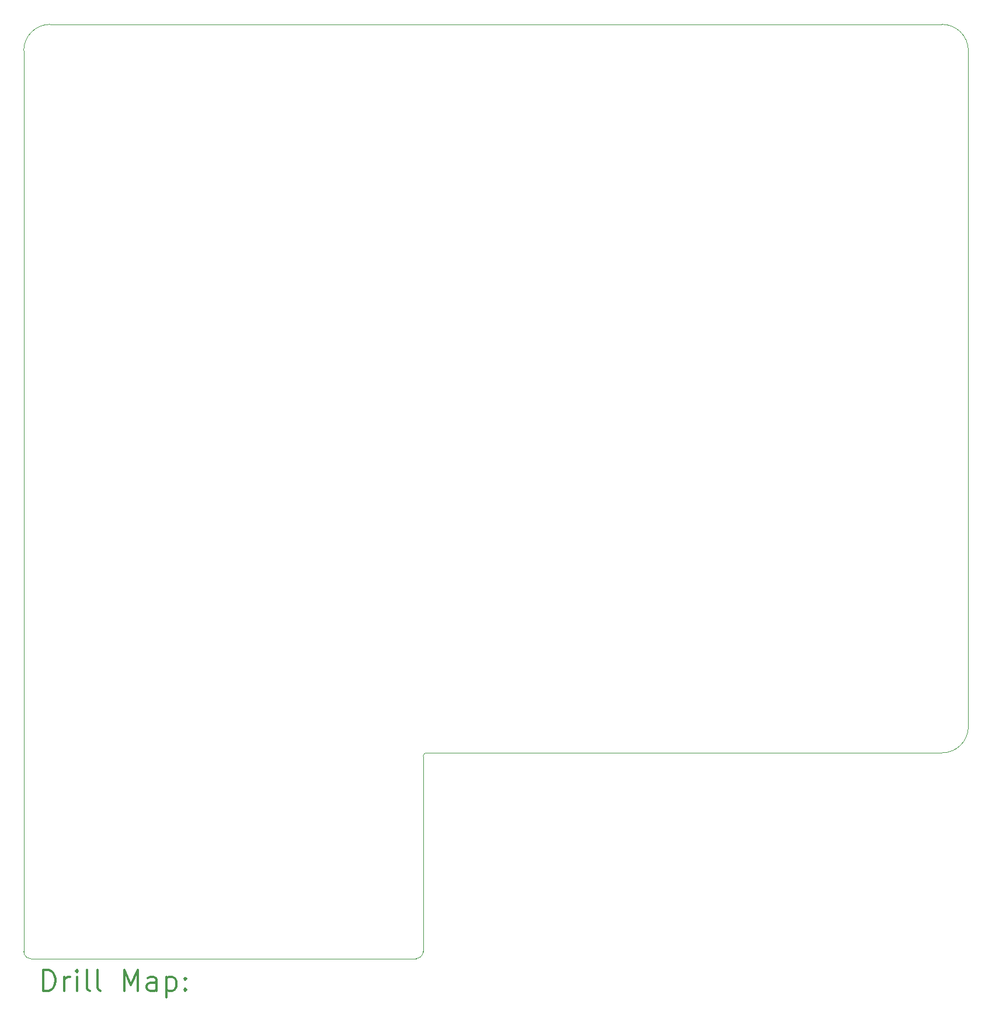
<source format=gbr>
%FSLAX45Y45*%
G04 Gerber Fmt 4.5, Leading zero omitted, Abs format (unit mm)*
G04 Created by KiCad (PCBNEW (5.1.9)-1) date 2023-04-24 20:38:06*
%MOMM*%
%LPD*%
G01*
G04 APERTURE LIST*
%TA.AperFunction,Profile*%
%ADD10C,0.025400*%
%TD*%
%ADD11C,0.200000*%
%ADD12C,0.300000*%
G04 APERTURE END LIST*
D10*
X8007900Y-3003100D02*
G75*
G02*
X8388900Y-2622100I381000J0D01*
G01*
X21325000Y-2622100D02*
X8388900Y-2622100D01*
X21325000Y-2622100D02*
G75*
G02*
X21706000Y-3003100I0J-381000D01*
G01*
X21706000Y-12809500D02*
G75*
G02*
X21325000Y-13190500I-381000J0D01*
G01*
X13849900Y-13190500D02*
G75*
G03*
X13799100Y-13241300I0J-50800D01*
G01*
X21325000Y-13190500D02*
X13849900Y-13190500D01*
X21706000Y-12809500D02*
X21706000Y-3003100D01*
X13799100Y-13241300D02*
X13799100Y-16035300D01*
X8007900Y-16035300D02*
X8007900Y-16073400D01*
X8007900Y-16073400D02*
G75*
G03*
X8109500Y-16175000I101600J0D01*
G01*
X13799100Y-16073400D02*
X13799100Y-16035300D01*
X13697500Y-16175000D02*
G75*
G03*
X13799100Y-16073400I0J101600D01*
G01*
X8007900Y-3003100D02*
X8007900Y-16035300D01*
X8109500Y-16175000D02*
X13697500Y-16175000D01*
D11*
D12*
X8293058Y-16641984D02*
X8293058Y-16341984D01*
X8364487Y-16341984D01*
X8407344Y-16356270D01*
X8435916Y-16384841D01*
X8450201Y-16413413D01*
X8464487Y-16470556D01*
X8464487Y-16513413D01*
X8450201Y-16570556D01*
X8435916Y-16599127D01*
X8407344Y-16627699D01*
X8364487Y-16641984D01*
X8293058Y-16641984D01*
X8593058Y-16641984D02*
X8593058Y-16441984D01*
X8593058Y-16499127D02*
X8607344Y-16470556D01*
X8621630Y-16456270D01*
X8650201Y-16441984D01*
X8678773Y-16441984D01*
X8778773Y-16641984D02*
X8778773Y-16441984D01*
X8778773Y-16341984D02*
X8764487Y-16356270D01*
X8778773Y-16370556D01*
X8793058Y-16356270D01*
X8778773Y-16341984D01*
X8778773Y-16370556D01*
X8964487Y-16641984D02*
X8935916Y-16627699D01*
X8921630Y-16599127D01*
X8921630Y-16341984D01*
X9121630Y-16641984D02*
X9093058Y-16627699D01*
X9078773Y-16599127D01*
X9078773Y-16341984D01*
X9464487Y-16641984D02*
X9464487Y-16341984D01*
X9564487Y-16556270D01*
X9664487Y-16341984D01*
X9664487Y-16641984D01*
X9935916Y-16641984D02*
X9935916Y-16484841D01*
X9921630Y-16456270D01*
X9893058Y-16441984D01*
X9835916Y-16441984D01*
X9807344Y-16456270D01*
X9935916Y-16627699D02*
X9907344Y-16641984D01*
X9835916Y-16641984D01*
X9807344Y-16627699D01*
X9793058Y-16599127D01*
X9793058Y-16570556D01*
X9807344Y-16541984D01*
X9835916Y-16527699D01*
X9907344Y-16527699D01*
X9935916Y-16513413D01*
X10078773Y-16441984D02*
X10078773Y-16741984D01*
X10078773Y-16456270D02*
X10107344Y-16441984D01*
X10164487Y-16441984D01*
X10193058Y-16456270D01*
X10207344Y-16470556D01*
X10221630Y-16499127D01*
X10221630Y-16584841D01*
X10207344Y-16613413D01*
X10193058Y-16627699D01*
X10164487Y-16641984D01*
X10107344Y-16641984D01*
X10078773Y-16627699D01*
X10350201Y-16613413D02*
X10364487Y-16627699D01*
X10350201Y-16641984D01*
X10335916Y-16627699D01*
X10350201Y-16613413D01*
X10350201Y-16641984D01*
X10350201Y-16456270D02*
X10364487Y-16470556D01*
X10350201Y-16484841D01*
X10335916Y-16470556D01*
X10350201Y-16456270D01*
X10350201Y-16484841D01*
M02*

</source>
